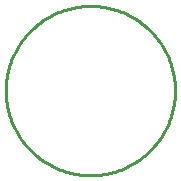
<source format=gbo>
G04 EAGLE Gerber RS-274X export*
G75*
%MOMM*%
%FSLAX34Y34*%
%LPD*%
%INSilkscreen Bottom*%
%IPPOS*%
%AMOC8*
5,1,8,0,0,1.08239X$1,22.5*%
G01*
%ADD10C,0.254000*%


D10*
X137922Y76200D02*
X137944Y77958D01*
X138008Y79715D01*
X138116Y81469D01*
X138267Y83221D01*
X138461Y84968D01*
X138697Y86710D01*
X138977Y88446D01*
X139298Y90174D01*
X139662Y91894D01*
X140069Y93604D01*
X140517Y95304D01*
X141006Y96993D01*
X141537Y98668D01*
X142109Y100331D01*
X142722Y101979D01*
X143374Y103611D01*
X144067Y105227D01*
X144799Y106825D01*
X145570Y108405D01*
X146380Y109965D01*
X147227Y111505D01*
X148113Y113024D01*
X149035Y114521D01*
X149993Y115994D01*
X150988Y117444D01*
X152018Y118869D01*
X153082Y120268D01*
X154181Y121640D01*
X155313Y122985D01*
X156477Y124302D01*
X157674Y125590D01*
X158901Y126849D01*
X160160Y128076D01*
X161448Y129273D01*
X162765Y130437D01*
X164110Y131569D01*
X165482Y132668D01*
X166881Y133732D01*
X168306Y134762D01*
X169756Y135757D01*
X171229Y136715D01*
X172726Y137637D01*
X174245Y138523D01*
X175785Y139370D01*
X177345Y140180D01*
X178925Y140951D01*
X180523Y141683D01*
X182139Y142376D01*
X183771Y143028D01*
X185419Y143641D01*
X187082Y144213D01*
X188757Y144744D01*
X190446Y145233D01*
X192146Y145681D01*
X193856Y146088D01*
X195576Y146452D01*
X197304Y146773D01*
X199040Y147053D01*
X200782Y147289D01*
X202529Y147483D01*
X204281Y147634D01*
X206035Y147742D01*
X207792Y147806D01*
X209550Y147828D01*
X211308Y147806D01*
X213065Y147742D01*
X214819Y147634D01*
X216571Y147483D01*
X218318Y147289D01*
X220060Y147053D01*
X221796Y146773D01*
X223524Y146452D01*
X225244Y146088D01*
X226954Y145681D01*
X228654Y145233D01*
X230343Y144744D01*
X232018Y144213D01*
X233681Y143641D01*
X235329Y143028D01*
X236961Y142376D01*
X238577Y141683D01*
X240175Y140951D01*
X241755Y140180D01*
X243315Y139370D01*
X244855Y138523D01*
X246374Y137637D01*
X247871Y136715D01*
X249344Y135757D01*
X250794Y134762D01*
X252219Y133732D01*
X253618Y132668D01*
X254990Y131569D01*
X256335Y130437D01*
X257652Y129273D01*
X258940Y128076D01*
X260199Y126849D01*
X261426Y125590D01*
X262623Y124302D01*
X263787Y122985D01*
X264919Y121640D01*
X266018Y120268D01*
X267082Y118869D01*
X268112Y117444D01*
X269107Y115994D01*
X270065Y114521D01*
X270987Y113024D01*
X271873Y111505D01*
X272720Y109965D01*
X273530Y108405D01*
X274301Y106825D01*
X275033Y105227D01*
X275726Y103611D01*
X276378Y101979D01*
X276991Y100331D01*
X277563Y98668D01*
X278094Y96993D01*
X278583Y95304D01*
X279031Y93604D01*
X279438Y91894D01*
X279802Y90174D01*
X280123Y88446D01*
X280403Y86710D01*
X280639Y84968D01*
X280833Y83221D01*
X280984Y81469D01*
X281092Y79715D01*
X281156Y77958D01*
X281178Y76200D01*
X281156Y74442D01*
X281092Y72685D01*
X280984Y70931D01*
X280833Y69179D01*
X280639Y67432D01*
X280403Y65690D01*
X280123Y63954D01*
X279802Y62226D01*
X279438Y60506D01*
X279031Y58796D01*
X278583Y57096D01*
X278094Y55407D01*
X277563Y53732D01*
X276991Y52069D01*
X276378Y50421D01*
X275726Y48789D01*
X275033Y47173D01*
X274301Y45575D01*
X273530Y43995D01*
X272720Y42435D01*
X271873Y40895D01*
X270987Y39376D01*
X270065Y37879D01*
X269107Y36406D01*
X268112Y34956D01*
X267082Y33531D01*
X266018Y32132D01*
X264919Y30760D01*
X263787Y29415D01*
X262623Y28098D01*
X261426Y26810D01*
X260199Y25551D01*
X258940Y24324D01*
X257652Y23127D01*
X256335Y21963D01*
X254990Y20831D01*
X253618Y19732D01*
X252219Y18668D01*
X250794Y17638D01*
X249344Y16643D01*
X247871Y15685D01*
X246374Y14763D01*
X244855Y13877D01*
X243315Y13030D01*
X241755Y12220D01*
X240175Y11449D01*
X238577Y10717D01*
X236961Y10024D01*
X235329Y9372D01*
X233681Y8759D01*
X232018Y8187D01*
X230343Y7656D01*
X228654Y7167D01*
X226954Y6719D01*
X225244Y6312D01*
X223524Y5948D01*
X221796Y5627D01*
X220060Y5347D01*
X218318Y5111D01*
X216571Y4917D01*
X214819Y4766D01*
X213065Y4658D01*
X211308Y4594D01*
X209550Y4572D01*
X207792Y4594D01*
X206035Y4658D01*
X204281Y4766D01*
X202529Y4917D01*
X200782Y5111D01*
X199040Y5347D01*
X197304Y5627D01*
X195576Y5948D01*
X193856Y6312D01*
X192146Y6719D01*
X190446Y7167D01*
X188757Y7656D01*
X187082Y8187D01*
X185419Y8759D01*
X183771Y9372D01*
X182139Y10024D01*
X180523Y10717D01*
X178925Y11449D01*
X177345Y12220D01*
X175785Y13030D01*
X174245Y13877D01*
X172726Y14763D01*
X171229Y15685D01*
X169756Y16643D01*
X168306Y17638D01*
X166881Y18668D01*
X165482Y19732D01*
X164110Y20831D01*
X162765Y21963D01*
X161448Y23127D01*
X160160Y24324D01*
X158901Y25551D01*
X157674Y26810D01*
X156477Y28098D01*
X155313Y29415D01*
X154181Y30760D01*
X153082Y32132D01*
X152018Y33531D01*
X150988Y34956D01*
X149993Y36406D01*
X149035Y37879D01*
X148113Y39376D01*
X147227Y40895D01*
X146380Y42435D01*
X145570Y43995D01*
X144799Y45575D01*
X144067Y47173D01*
X143374Y48789D01*
X142722Y50421D01*
X142109Y52069D01*
X141537Y53732D01*
X141006Y55407D01*
X140517Y57096D01*
X140069Y58796D01*
X139662Y60506D01*
X139298Y62226D01*
X138977Y63954D01*
X138697Y65690D01*
X138461Y67432D01*
X138267Y69179D01*
X138116Y70931D01*
X138008Y72685D01*
X137944Y74442D01*
X137922Y76200D01*
M02*

</source>
